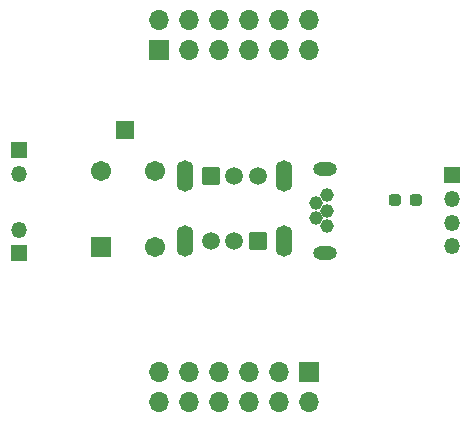
<source format=gbr>
%TF.GenerationSoftware,KiCad,Pcbnew,7.0.5*%
%TF.CreationDate,2024-01-17T11:15:45-05:00*%
%TF.ProjectId,CTRL,4354524c-2e6b-4696-9361-645f70636258,rev?*%
%TF.SameCoordinates,Original*%
%TF.FileFunction,Soldermask,Bot*%
%TF.FilePolarity,Negative*%
%FSLAX46Y46*%
G04 Gerber Fmt 4.6, Leading zero omitted, Abs format (unit mm)*
G04 Created by KiCad (PCBNEW 7.0.5) date 2024-01-17 11:15:45*
%MOMM*%
%LPD*%
G01*
G04 APERTURE LIST*
G04 Aperture macros list*
%AMRoundRect*
0 Rectangle with rounded corners*
0 $1 Rounding radius*
0 $2 $3 $4 $5 $6 $7 $8 $9 X,Y pos of 4 corners*
0 Add a 4 corners polygon primitive as box body*
4,1,4,$2,$3,$4,$5,$6,$7,$8,$9,$2,$3,0*
0 Add four circle primitives for the rounded corners*
1,1,$1+$1,$2,$3*
1,1,$1+$1,$4,$5*
1,1,$1+$1,$6,$7*
1,1,$1+$1,$8,$9*
0 Add four rect primitives between the rounded corners*
20,1,$1+$1,$2,$3,$4,$5,0*
20,1,$1+$1,$4,$5,$6,$7,0*
20,1,$1+$1,$6,$7,$8,$9,0*
20,1,$1+$1,$8,$9,$2,$3,0*%
G04 Aperture macros list end*
%ADD10RoundRect,0.237500X-0.287500X-0.237500X0.287500X-0.237500X0.287500X0.237500X-0.287500X0.237500X0*%
%ADD11R,1.500000X1.500000*%
%ADD12R,1.700000X1.700000*%
%ADD13O,1.700000X1.700000*%
%ADD14R,1.350000X1.350000*%
%ADD15O,1.350000X1.350000*%
%ADD16RoundRect,0.102000X-0.654000X-0.654000X0.654000X-0.654000X0.654000X0.654000X-0.654000X0.654000X0*%
%ADD17C,1.512000*%
%ADD18O,1.434000X2.664000*%
%ADD19C,1.162000*%
%ADD20O,2.020000X1.112000*%
%ADD21RoundRect,0.102000X0.654000X0.654000X-0.654000X0.654000X-0.654000X-0.654000X0.654000X-0.654000X0*%
%ADD22RoundRect,0.102000X0.754000X-0.754000X0.754000X0.754000X-0.754000X0.754000X-0.754000X-0.754000X0*%
%ADD23C,1.712000*%
G04 APERTURE END LIST*
D10*
%TO.C,D1*%
X163785000Y-99198621D03*
X165535000Y-99198621D03*
%TD*%
D11*
%TO.C,TP1*%
X140910000Y-93298621D03*
%TD*%
D12*
%TO.C,J1*%
X143810000Y-86465599D03*
D13*
X143810000Y-83925599D03*
X146350000Y-86465599D03*
X146350000Y-83925599D03*
X148890000Y-86465599D03*
X148890000Y-83925599D03*
X151430000Y-86465599D03*
X151430000Y-83925599D03*
X153970000Y-86465599D03*
X153970000Y-83925599D03*
X156510000Y-86465599D03*
X156510000Y-83925599D03*
%TD*%
D12*
%TO.C,J2*%
X156510000Y-113743621D03*
D13*
X156510000Y-116283621D03*
X153970000Y-113743621D03*
X153970000Y-116283621D03*
X151430000Y-113743621D03*
X151430000Y-116283621D03*
X148890000Y-113743621D03*
X148890000Y-116283621D03*
X146350000Y-113743621D03*
X146350000Y-116283621D03*
X143810000Y-113743621D03*
X143810000Y-116283621D03*
%TD*%
D14*
%TO.C,J4*%
X131950000Y-103698621D03*
D15*
X131950000Y-101698621D03*
%TD*%
D14*
%TO.C,J6*%
X168570000Y-97098621D03*
D15*
X168570000Y-99098621D03*
X168570000Y-101098621D03*
X168570000Y-103098621D03*
%TD*%
D14*
%TO.C,J5*%
X131950000Y-94968621D03*
D15*
X131950000Y-96968621D03*
%TD*%
D16*
%TO.C,S2*%
X148160000Y-97198621D03*
D17*
X150160000Y-97198621D03*
X152160000Y-97198621D03*
D18*
X145960000Y-97198621D03*
X154360000Y-97198621D03*
%TD*%
D19*
%TO.C,J3*%
X158052500Y-101404610D03*
X157052500Y-100754610D03*
X158052500Y-100104610D03*
X157052500Y-99454610D03*
X158052500Y-98804610D03*
D20*
X157832500Y-103679610D03*
X157832500Y-96529610D03*
%TD*%
D21*
%TO.C,S3*%
X152160000Y-102698621D03*
D17*
X150160000Y-102698621D03*
X148160000Y-102698621D03*
D18*
X154360000Y-102698621D03*
X145960000Y-102698621D03*
%TD*%
D22*
%TO.C,S1*%
X138910000Y-103198621D03*
D23*
X138910000Y-96698621D03*
X143410000Y-103198621D03*
X143410000Y-96698621D03*
%TD*%
M02*

</source>
